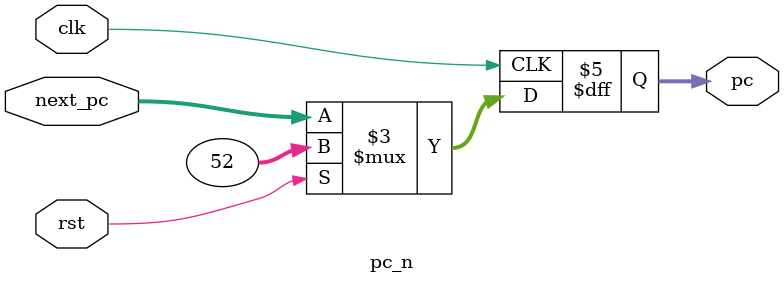
<source format=v>
`timescale 1ns / 1ps
module pc_n(
    input rst, clk,
    input [31: 0] next_pc,

    output reg [31: 0] pc
);

always @(posedge clk) begin
    if(rst) pc <= 32'h34;
    else pc <= next_pc;
end

//always @(posedge rst) begin
//    pc <= 0;
//end

endmodule


</source>
